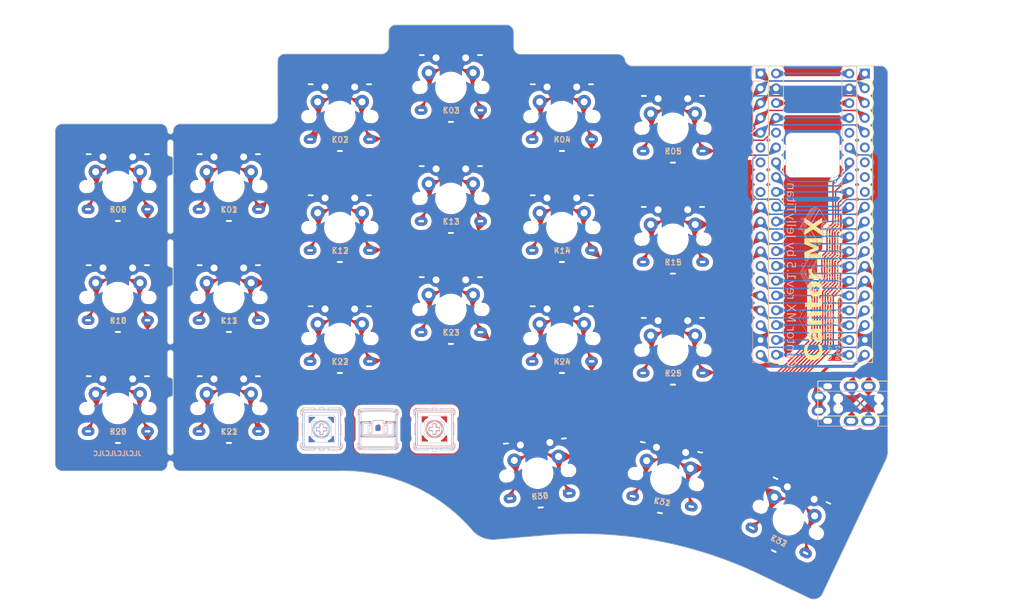
<source format=kicad_pcb>
(kicad_pcb (version 20221018) (generator pcbnew)
  (title_block (rev "rev1.0"))
  (layers (0 "F.Cu" signal) (31 "B.Cu" signal) (34 "B.Paste" user) (35 "F.Paste" user) (36 "B.SilkS" user "B.Silkscreen") (37 "F.SilkS" user "F.Silkscreen") (38 "B.Mask" user) (39 "F.Mask" user) (44 "Edge.Cuts" user))
  (net 0 "")
  (net 1 "+3V3")
  (net 2 "GND")
  (net 3 "/TX")
  (net 4 "/RX")
  (net 5 "/k00")
  (net 6 "/k01")
  (net 7 "/k02")
  (net 8 "/k03")
  (net 9 "/k04")
  (net 10 "/k05")
  (net 11 "/k10")
  (net 12 "/k11")
  (net 13 "/k12")
  (net 14 "/k13")
  (net 15 "/k14")
  (net 16 "/k15")
  (net 17 "/k20")
  (net 18 "/k21")
  (net 19 "/k22")
  (net 20 "/k23")
  (net 21 "/k24")
  (net 22 "/k25")
  (net 23 "/k30")
  (net 24 "/k31")
  (net 25 "/k32")
  (net 26 "unconnected-(U1-PB12-Pad1)")
  (net 31 "unconnected-(U1-5V-Pad18)")
  (net 32 "unconnected-(U1-VBat-Pad21)")
  (net 33 "unconnected-(U1-PC13-Pad22)")
  (net 34 "unconnected-(U1-PC14-Pad23)")
  (net 35 "unconnected-(U1-PC15-Pad24)")
  (net 36 "unconnected-(U1-RES-Pad25)")
  (net 38 "unconnected-(U1-5V-Pad40)")
  (footprint "Cantor_MasterKey:CherryMX_ChocV2_1u_DS" (layer "F.Cu") (at 164 98.1)
    (fp_text reference "K25" hide)
    (fp_text value "KEYSW" hide)
  )
  (footprint "Cantor_MasterKey:CherryMX_ChocV2_1u_DS" (layer "F.Cu") (at 144.95 96.1)
    (fp_text reference "K24" hide)
    (fp_text value "KEYSW" hide)
  )
  (footprint "Cantor_MasterKey:CherryMX_ChocV2_1u_DS" (layer "F.Cu") (at 87.8 108.1)
    (fp_text reference "K21" hide)
    (fp_text value "KEYSW" hide)
  )
  (footprint "Cantor_MasterKey:CherryMX_ChocV2_1u_DS" (layer "F.Cu") (at 106.85 58)
    (fp_text reference "K02" hide)
    (fp_text value "KEYSW" hide)
  )
  (footprint "Cantor_MasterKey:CherryMX_ChocV2_1u_DS" (layer "F.Cu") (at 68.75 89.05)
    (fp_text reference "K10" hide)
    (fp_text value "KEYSW" hide)
  )
  (footprint "Cantor_MasterKey:Cantor MX logo 3-switches top" (layer "F.Cu") (at 113.202403 111.491837)
    (fp_text reference "G***" hide)
    (fp_text value "Cantor MX logo 3-switches top" hide)
  )
  (footprint "Cantor_MasterKey:CherryMX_ChocV2_1u_DS" (layer "F.Cu") (at 144.95 58)
    (fp_text reference "K04" hide)
    (fp_text value "KEYSW" hide)
  )
  (footprint "Cantor_MasterKey:CherryMX_ChocV2_1u_DS" (layer "F.Cu") (at 106.85 77.05)
    (fp_text reference "K12" hide)
    (fp_text value "KEYSW" hide)
  )
  (footprint "Cantor_MasterKey:CherryMX_ChocV2_1u_DS" (layer "F.Cu") (at 140.8 119.2 5)
    (fp_text reference "K30" hide)
    (fp_text value "KEYSW" hide)
  )
  (footprint "Cantor_MasterKey:CherryMX_ChocV2_1u_DS" (layer "F.Cu") (at 87.8 70)
    (fp_text reference "K01" hide)
    (fp_text value "KEYSW" hide)
  )
  (footprint "Cantor_MasterKey:CherryMX_ChocV2_1u_DS" (layer "F.Cu") (at 144.95 77.05)
    (fp_text reference "K14" hide)
    (fp_text value "KEYSW" hide)
  )
  (footprint "Cantor_MasterKey:CherryMX_ChocV2_1u_DS" (layer "F.Cu") (at 125.9 91.1)
    (fp_text reference "K23" hide)
    (fp_text value "KEYSW" hide)
  )
  (footprint "Cantor_MasterKey:CherryMX_ChocV2_1u_DS" (layer "F.Cu") (at 125.9 53)
    (fp_text reference "K03" hide)
    (fp_text value "KEYSW" hide)
  )
  (footprint "Cantor_MasterKey:CherryMX_ChocV2_1u_DS" (layer "F.Cu") (at 106.85 96.1)
    (fp_text reference "K22" hide)
    (fp_text value "KEYSW" hide)
  )
  (footprint "Cantor_MasterKey:MJ-4PP-9_Cantor_MX_TX-RX_Crossover" (layer "F.Cu") (at 200.86 108.12 -90)
    (fp_text reference "J1")
    (fp_text value "TRRS" hide)
  )
  (footprint "Cantor_MasterKey:CherryMX_ChocV2_1u_DS" (layer "F.Cu") (at 164 79.05)
    (fp_text reference "K15" hide)
    (fp_text value "KEYSW" hide)
  )
  (footprint "Cantor_MasterKey:CherryMX_ChocV2_1u_DS" (layer "F.Cu") (at 183.8 127.2 -25)
    (fp_text reference "K32" hide)
    (fp_text value "KEYSW" hide)
  )
  (footprint "Cantor_MasterKey:CherryMX_ChocV2_1u_DS" (layer "F.Cu") (at 87.8 89.05)
    (fp_text reference "K11" hide)
    (fp_text value "KEYSW" hide)
  )
  (footprint "Cantor_MasterKey:Cantor_DS_YAAJ_WeAct_BlackPill_2" (layer "F.Cu") (at 179.155 50.6)
    (fp_text reference "U1" hide)
    (fp_text value "YAAJ_WeAct_BlackPill_Part_Like" hide)
  )
  (footprint "Cantor_MasterKey:CherryMX_ChocV2_1u_DS" (layer "F.Cu") (at 164 60)
    (fp_text reference "K05" hide)
    (fp_text value "KEYSW" hide)
  )
  (footprint "Cantor_MasterKey:CherryMX_ChocV2_1u_DS" (layer "F.Cu") (at 68.75 108.1)
    (fp_text reference "K20" hide)
    (fp_text value "KEYSW" hide)
  )
  (footprint "Cantor_MasterKey:CherryMX_ChocV2_1u_DS" (layer "F.Cu") (at 125.9 72.05)
    (fp_text reference "K13" hide)
    (fp_text value "KEYSW" hide)
  )
  (footprint "Cantor_MasterKey:CherryMX_ChocV2_1u_DS" (layer "F.Cu") (at 68.75 70)
    (fp_text reference "K00" hide)
    (fp_text value "KEYSW" hide)
  )
  (footprint "Cantor_MasterKey:CherryMX_ChocV2_1u_DS" (layer "F.Cu") (at 162.8 120.2 -10)
    (fp_text reference "K31" hide)
    (fp_text value "KEYSW" hide)
  )
  (footprint "Cantor_MasterKey:Cantor MX logo 3-switches ortho" (layer "B.Cu") (at 188.95 85.07271 90)
    (fp_text reference "G***" hide)
    (fp_text value "Cantor MX logo 3-switches ortho" hide)
  )
  (gr_line (start 77.275085 62.46873) (end 77.275109 64.309472) (stroke (width 0.1)) (layer "Edge.Cuts"))
  (gr_line (start 77.275069 87.574363) (end 77.275005 96.575005) (stroke (width 0.1)) (layer "Edge.Cuts"))
  (gr_arc (start 115.226552 46.006896) (mid 114.864376 46.881273) (end 113.99 47.243452) (stroke (width 0.1)) (layer "Edge.Cuts"))
  (gr_arc (start 192.585 67.41) (mid 192.292107 68.117107) (end 191.585 68.41) (stroke (width 0.1)) (layer "Edge.Cuts"))
  (gr_line (start 78.275005 96.575005) (end 78.275045 79.576517) (stroke (width 0.1)) (layer "Edge.Cuts"))
  (gr_line (start 79.501552 118.8) (end 106.5 118.8) (stroke (width 0.1)) (layer "Edge.Cuts"))
  (gr_line (start 189.53 140.16) (end 200.535831 116.91594) (stroke (width 0.1)) (layer "Edge.Cuts"))
  (gr_line (start 78.175107 67.675875) (end 78.175107 65.209472) (stroke (width 0.1)) (layer "Edge.Cuts"))
  (gr_arc (start 133.51 130.59) (mid 131.436923 130.294624) (end 129.69 129.14) (stroke (width 0.1)) (layer "Edge.Cuts"))
  (gr_line (start 77.275024 106.572846) (end 77.27496 115.573488) (stroke (width 0.1)) (layer "Edge.Cuts"))
  (gr_arc (start 183.385 61.81) (mid 183.677952 61.102952) (end 184.385 60.81) (stroke (width 0.1)) (layer "Edge.Cuts"))
  (gr_line (start 183.385 67.41) (end 183.385 61.81) (stroke (width 0.1)) (layer "Edge.Cuts"))
  (gr_arc (start 157.01 49.290001) (mid 156.221933 49.004319) (end 155.800001 48.28) (stroke (width 0.1)) (layer "Edge.Cuts"))
  (gr_arc (start 77.775 98.075) (mid 78.128557 98.221443) (end 78.275 98.575) (stroke (width 0.1)) (layer "Edge.Cuts"))
  (gr_line (start 191.585 68.41) (end 184.385 68.41) (stroke (width 0.1)) (layer "Edge.Cuts"))
  (gr_line (start 77.275 98.575) (end 77.275024 102.306443) (stroke (width 0.1)) (layer "Edge.Cuts"))
  (gr_line (start 77.275045 79.576517) (end 77.275069 83.30796) (stroke (width 0.1)) (layer "Edge.Cuts"))
  (gr_line (start 79.491637 59.242178) (end 94.935626 59.242178) (stroke (width 0.1)) (layer "Edge.Cuts"))
  (gr_line (start 199.57 49.29) (end 157.01 49.29) (stroke (width 0.1)) (layer "Edge.Cuts"))
  (gr_arc (start 77.275069 87.574363) (mid 77.421512 87.220806) (end 77.775069 87.074363) (stroke (width 0.1)) (layer "Edge.Cuts"))
  (gr_arc (start 78.175022 105.672846) (mid 78.057869 105.955692) (end 77.775024 106.072846) (stroke (width 0.1)) (layer "Edge.Cuts"))
  (gr_line (start 115.226552 43.48) (end 115.226552 46.006896) (stroke (width 0.1)) (layer "Edge.Cuts"))
  (gr_line (start 116.463104 42.243448) (end 135.43 42.243448) (stroke (width 0.1)) (layer "Edge.Cuts"))
  (gr_arc (start 78.27496 115.573488) (mid 78.128522 115.92705) (end 77.77496 116.073488) (stroke (width 0.1)) (layer "Edge.Cuts"))
  (gr_line (start 192.577893 61.81) (end 192.585 67.41) (stroke (width 0.1)) (layer "Edge.Cuts"))
  (gr_line (start 137.903104 47.3) (end 154.59 47.3) (stroke (width 0.1)) (layer "Edge.Cuts"))
  (gr_line (start 77.275109 68.575875) (end 77.275045 77.576517) (stroke (width 0.1)) (layer "Edge.Cuts"))
  (gr_arc (start 77.775085 61.96873) (mid 78.128634 62.115181) (end 78.275085 62.46873) (stroke (width 0.1)) (layer "Edge.Cuts"))
  (gr_line (start 78.175067 86.674363) (end 78.175067 84.20796) (stroke (width 0.1)) (layer "Edge.Cuts"))
  (gr_arc (start 199.57 49.29) (mid 200.482631 49.638814) (end 200.86 50.54) (stroke (width 0.1)) (layer "Edge.Cuts"))
  (gr_line (start 97.42 47.243448) (end 113.99 47.243448) (stroke (width 0.1)) (layer "Edge.Cuts"))
  (gr_arc (start 200.86 115.62) (mid 200.771585 116.286416) (end 200.535831 116.91594) (stroke (width 0.1)) (layer "Edge.Cuts"))
  (gr_arc (start 77.775045 78.076517) (mid 77.421496 77.930066) (end 77.275045 77.576517) (stroke (width 0.1)) (layer "Edge.Cuts"))
  (gr_arc (start 77.775005 97.075005) (mid 77.421456 96.928554) (end 77.275005 96.575005) (stroke (width 0.1)) (layer "Edge.Cuts"))
  (gr_arc (start 191.577893 60.81) (mid 192.285004 61.102891) (end 192.577893 61.81) (stroke (width 0.1)) (layer "Edge.Cuts"))
  (gr_arc (start 77.27496 117.573488) (mid 77.421398 117.219926) (end 77.77496 117.073488) (stroke (width 0.1)) (layer "Edge.Cuts"))
  (gr_arc (start 79.501552 118.8) (mid 78.63488 118.447203) (end 78.275 117.583448) (stroke (width 0.1)) (layer "Edge.Cuts"))
  (gr_arc (start 78.175067 86.674363) (mid 78.057914 86.957209) (end 77.775069 87.074363) (stroke (width 0.1)) (layer "Edge.Cuts"))
  (gr_arc (start 77.27496 117.573488) (mid 76.922163 118.44016) (end 76.058408 118.80004) (stroke (width 0.1)) (layer "Edge.Cuts"))
  (gr_arc (start 77.775085 60.96873) (mid 77.417983 60.818749) (end 77.275045 60.45877) (stroke (width 0.1)) (layer "Edge.Cuts"))
  (gr_arc (start 77.775045 79.076517) (mid 78.128595 79.222967) (end 78.275045 79.576517) (stroke (width 0.1)) (layer "Edge.Cuts"))
  (gr_arc (start 77.775024 102.806443) (mid 77.421467 102.66) (end 77.275024 102.306443) (stroke (width 0.1)) (layer "Edge.Cuts"))
  (gr_arc (start 96.17 48.48) (mid 96.536936 47.600853) (end 97.42 47.243448) (stroke (width 0.1)) (layer "Edge.Cuts"))
  (gr_line (start 136.666552 43.48) (end 136.666552 46.07) (stroke (width 0.1)) (layer "Edge.Cuts"))
  (gr_line (start 141.84 129.87) (end 133.51 130.59) (stroke (width 0.1)) (layer "Edge.Cuts"))
  (gr_line (start 78.27496 115.573488) (end 78.275 98.575) (stroke (width 0.1)) (layer "Edge.Cuts"))
  (gr_line (start 179.81 137.01) (end 187.513868 140.691488) (stroke (width 0.1)) (layer "Edge.Cuts"))
  (gr_arc locked (start 59.23 118.8) (mid 58.363332 118.447198) (end 58.003448 117.583448) (stroke (width 0.1)) (layer "Edge.Cuts"))
  (gr_arc (start 154.59 47.3) (mid 155.368546 47.575724) (end 155.8 48.28) (stroke (width 0.1)) (layer "Edge.Cuts"))
  (gr_line (start 78.175022 105.672846) (end 78.175022 103.206443) (stroke (width 0.1)) (layer "Edge.Cuts"))
  (gr_arc (start 77.275085 62.46873) (mid 77.421523 62.115168) (end 77.775085 61.96873) (stroke (width 0.1)) (layer "Edge.Cuts"))
  (gr_arc (start 58.003448 60.48) (mid 58.365626 59.605626) (end 59.24 59.243448) (stroke (width 0.1)) (layer "Edge.Cuts"))
  (gr_arc (start 96.172178 58.005626) (mid 95.80998 58.87998) (end 94.935626 59.242178) (stroke (width 0.1)) (layer "Edge.Cuts"))
  (gr_line (start 184.385 60.81) (end 191.577893 60.81) (stroke (width 0.1)) (layer "Edge.Cuts"))
  (gr_arc (start 77.775069 83.80796) (mid 78.057914 83.925114) (end 78.175067 84.20796) (stroke (width 0.1)) (layer "Edge.Cuts"))
  (gr_line (start 59.24 59.243448) (end 76.048493 59.242218) (stroke (width 0.1)) (layer "Edge.Cuts"))
  (gr_arc (start 137.903104 47.3) (mid 137.029127 46.942063) (end 136.666552 46.07) (stroke (width 0.1)) (layer "Edge.Cuts"))
  (gr_arc (start 78.275085 60.46873) (mid 78.128647 60.822292) (end 77.775085 60.96873) (stroke (width 0.1)) (layer "Edge.Cuts"))
  (gr_arc (start 77.775024 102.806443) (mid 78.057869 102.923597) (end 78.175022 103.206443) (stroke (width 0.1)) (layer "Edge.Cuts"))
  (gr_arc (start 77.775109 64.809472) (mid 77.421552 64.663029) (end 77.275109 64.309472) (stroke (width 0.1)) (layer "Edge.Cuts"))
  (gr_arc (start 78.275045 77.576517) (mid 78.128607 77.930079) (end 77.775045 78.076517) (stroke (width 0.1)) (layer "Edge.Cuts"))
  (gr_arc (start 76.048493 59.242218) (mid 76.915164 59.595016) (end 77.275045 60.45877) (stroke (width 0.1)) (layer "Edge.Cuts"))
  (gr_arc (start 77.275024 106.572846) (mid 77.421467 106.219289) (end 77.775024 106.072846) (stroke (width 0.1)) (layer "Edge.Cuts"))
  (gr_arc (start 77.77496 117.073488) (mid 78.132042 117.223489) (end 78.275 117.583448) (stroke (width 0.1)) (layer "Edge.Cuts"))
  (gr_arc (start 78.175107 67.675875) (mid 78.057954 67.958721) (end 77.775109 68.075875) (stroke (width 0.1)) (layer "Edge.Cuts"))
  (gr_arc (start 115.226552 43.48) (mid 115.58873 42.605626) (end 116.463104 42.243448) (stroke (width 0.1)) (layer "Edge.Cuts"))
  (gr_arc (start 77.775069 83.80796) (mid 77.421512 83.661517) (end 77.275069 83.30796) (stroke (width 0.1)) (layer "Edge.Cuts"))
  (gr_arc (start 77.775109 64.809472) (mid 78.057954 64.926626) (end 78.175107 65.209472) (stroke (width 0.1)) (layer "Edge.Cuts"))
  (gr_arc (start 77.77496 116.073488) (mid 77.421412 115.927038) (end 77.27496 115.573488) (stroke (width 0.1)) (layer "Edge.Cuts"))
  (gr_arc (start 78.275085 60.46873) (mid 78.627882 59.602058) (end 79.491637 59.242178) (stroke (width 0.1)) (layer "Edge.Cuts"))
  (gr_arc (start 184.385 68.41) (mid 183.680787 68.114213) (end 183.385 67.41) (stroke (width 0.1)) (layer "Edge.Cuts"))
  (gr_arc (start 77.275109 68.575875) (mid 77.421552 68.222318) (end 77.775109 68.075875) (stroke (width 0.1)) (layer "Edge.Cuts"))
  (gr_line (start 96.17 48.48) (end 96.172178 58.005626) (stroke (width 0.1)) (layer "Edge.Cuts"))
  (gr_arc (start 106.5 118.8) (mid 119.270078 121.334598) (end 129.69 129.14) (stroke (width 0.1)) (layer "Edge.Cuts"))
  (gr_arc (start 135.43 42.243448) (mid 136.304374 42.605626) (end 136.666552 43.48) (stroke (width 0.1)) (layer "Edge.Cuts"))
  (gr_line (start 76.058408 118.80004) (end 59.23 118.8) (stroke (width 0.1)) (layer "Edge.Cuts"))
  (gr_arc (start 78.275005 96.575005) (mid 78.128567 96.928567) (end 77.775005 97.075005) (stroke (width 0.1)) (layer "Edge.Cuts"))
  (gr_arc (start 77.275045 79.576517) (mid 77.421483 79.222955) (end 77.775045 79.076517) (stroke (width 0.1)) (layer "Edge.Cuts"))
  (gr_arc (start 77.275 98.575) (mid 77.421443 98.221443) (end 77.775 98.075) (stroke (width 0.1)) (layer "Edge.Cuts"))
  (gr_line (start 78.275045 77.576517) (end 78.275085 62.46873) (stroke (width 0.1)) (layer "Edge.Cuts"))
  (gr_line (start 200.86 115.62) (end 200.86 50.54) (stroke (width 0.1)) (layer "Edge.Cuts"))
  (gr_arc (start 189.53 140.16) (mid 188.605921 140.739577) (end 187.513868 140.691488) (stroke (width 0.1)) (layer "Edge.Cuts"))
  (gr_line locked (start 58.003448 117.583448) (end 58.003448 60.48) (stroke (width 0.1)) (layer "Edge.Cuts"))
  (gr_arc (start 141.84 129.87) (mid 161.316748 130.824921) (end 179.81 137.01) (stroke (width 0.1)) (layer "Edge.Cuts"))
  (gr_text "JLCJLCJLCJLC" (at 72.89 116.28) (layer "B.SilkS") (effects (font (size 0.8 0.8) (thickness 0.2) bold) (justify left bottom mirror)))
  (gr_text "Cantor MX rev1.5 by JellyTitan" (at 184.2 85.19 -90) (layer "B.SilkS") (effects (font (size 1.5 1.5) (thickness 0.25)) (justify mirror)))
  (gr_text "Rev1.5 by github.com/JellyTitan May 3rd, 2023" (at 191.91 99.79 90) (layer "F.SilkS") (effects (font (size 0.75 0.75) (thickness 0.1875)) (justify left top)))
  (gr_text "Cantor MX\n" (at 188.37 99.98 90) (layer "F.SilkS") (effects (font (size 3 3) (thickness 0.6) bold) (justify left)))
  (gr_text "Cherry MX | Kailh Choc V1 | Kailh Choc V2" (at 190.46 99.79 -270) (layer "F.SilkS") (effects (font (size 0.75 0.75) (thickness 0.125)) (justify left top)))
  (segment (start 194.945 100.85) (end 190.68 100.85) (width 0.5) (layer "F.Cu") (net 1))
  (segment (start 181.695 55.68) (end 194.255 55.68) (width 0.25) (layer "F.Cu") (net 1))
  (segment (start 194.255 55.68) (end 194.275 55.7) (width 0.25) (layer "F.Cu") (net 1))
  (segment (start 188.549432 102.980568) (end 188.549432 104.809432) (width 0.5) (layer "F.Cu") (net 1))
  (segment (start 189.06 105.32) (end 189.06 108.47) (width 0.5) (layer "F.Cu") (net 1))
  (segment (start 190.68 100.85) (end 188.549432 102.980568) (width 0.5) (layer "F.Cu") (net 1))
  (segment (start 188.549432 104.809432) (end 189.06 105.32) (width 0.5) (layer "F.Cu") (net 1))
  (segment (start 196.935 98.86) (end 194.945 100.85) (width 0.5) (layer "F.Cu") (net 1))
  (segment (start 179.035 98.88) (end 181.005 100.85) (width 0.5) (layer "B.Cu") (net 1))
  (segment (start 194.945 100.85) (end 196.935 98.86) (width 0.5) (layer "B.Cu") (net 1))
  (segment (start 181.005 100.85) (end 194.945 100.85) (width 0.5) (layer "B.Cu") (net 1))
  (segment (start 181.715 53.16) (end 194.275 53.16) (width 0.25) (layer "F.Cu") (net 2))
  (segment (start 181.695 53.14) (end 181.715 53.16) (width 0.25) (layer "F.Cu") (net 2))
  (segment (start 180.395 54.44) (end 169.01 54.44) (width 0.25) (layer "B.Cu") (net 2))
  (segment (start 180.285 97.59) (end 195.665 97.59) (width 0.25) (layer "B.Cu") (net 2))
  (segment (start 71.185 83.73) (end 76.335 78.58) (width 0.5) (layer "B.Cu") (net 2))
  (segment (start 179.035 96.34) (end 180.285 97.59) (width 0.25) (layer "B.Cu") (net 2))
  (segment (start 80.005 78.58) (end 85.155 83.73) (width 0.5) (layer "B.Cu") (net 2))
  (segment (start 169.01 54.44) (end 169 54.45) (width 0.25) (layer "B.Cu") (net 2))
  (segment (start 74.77 61.44) (end 81.78 61.44) (width 0.5) (layer "B.Cu") (net 2))
  (segment (start 71.325 102.94) (end 76.715 97.55) (width 0.5) (layer "B.Cu") (net 2))
  (segment (start 81.78 61.44) (end 85.26 64.92) (width 0.5) (layer "B.Cu") (net 2))
  (segment (start 76.715 97.55) (end 79.905 97.55) (width 0.5) (layer "B.Cu") (net 2))
  (segment (start 76.335 78.58) (end 80.005 78.58) (width 0.5) (layer "B.Cu") (net 2))
  (segment (start 195.665 97.59) (end 196.935 96.32) (width 0.25) (layer "B.Cu") (net 2))
  (segment (start 192.65 97.529022) (end 192.664511 97.514511) (width 0.25) (layer "B.Cu") (net 2))
  (segment (start 181.695 53.14) (end 180.395 54.44) (width 0.25) (layer "B.Cu") (net 2))
  (segment (start 71.29 64.92) (end 74.77 61.44) (width 0.5) (layer "B.Cu") (net 2))
  (segment (start 79.905 97.55) (end 85.295 102.94) (width 0.5) (layer "B.Cu") (net 2))
  (segment (start 197.66 103.72) (end 197.66 105.7) (width 0.25) (layer "F.Cu") (net 3))
  (segment (start 194.66 108.7) (end 194.66 110.42) (width 0.25) (layer "F.Cu") (net 3))
  (segment (start 197.66 105.7) (end 194.66 108.7) (width 0.25) (layer "F.Cu") (net 3))
  (segment (start 198.98 85.665) (end 198.98 99.45) (width 0.25) (layer "F.Cu") (net 3))
  (segment (start 198.98 99.45) (end 197.66 100.77) (width 0.25) (layer "F.Cu") (net 3))
  (segment (start 197.66 100.77) (end 197.66 103.72) (width 0.25) (layer "F.Cu") (net 3))
  (segment (start 196.935 83.62) (end 198.98 85.665) (width 0.25) (layer "F.Cu") (net 3))
  (segment (start 195.645 84.91) (end 196.935 83.62) (width 0.25) (layer "B.Cu") (net 3))
  (segment (start 179.035 83.64) (end 180.305 84.91) (width 0.25) (layer "B.Cu") (net 3))
  (segment (start 180.305 84.91) (end 195.645 84.91) (width 0.25) (layer "B.Cu") (net 3))
  (segment (start 198.530489 99.249511) (end 194.66 103.12) (width 0.25) (layer "F.Cu") (net 4))
  (segment (start 194.66 103.12) (end 194.66 104.17) (width 0.25) (layer "F.Cu") (net 4))
  (segment (start 196.935 86.16) (end 198.530489 87.755489) (width 0.25) (layer "F.Cu") (net 4))
  (segment (start 198.530489 87.755489) (end 198.530489 99.249511) (width 0.25) (layer "F.Cu") (net 4))
  (segment (start 180.295 87.44) (end 195.655 87.44) (width 0.25) (layer "B.Cu") (net 4))
  (segment (start 179.035 86.18) (end 180.295 87.44) (width 0.25) (layer "B.Cu") (net 4))
  (segment (start 197.66 108.7) (end 197.66 110.42) (width 0.25) (layer "B.Cu") (net 4))
  (segment (start 194.66 103.72) (end 194.66 105.7) (width 0.25) (layer "B.Cu") (net 4))
  (segment (start 194.66 105.7) (end 197.66 108.7) (width 0.25) (layer "B.Cu") (net 4))
  (segment (start 195.655 87.44) (end 196.935 86.16) (width 0.25) (layer "B.Cu") (net 4))
  (segment (start 169.951996 70.048004) (end 155.718004 70.048004) (width 0.25) (layer "F.Cu") (net 5))
  (segment (start 111.966189 67.779501) (end 99.810499 67.779501) (width 0.25) (layer "F.Cu") (net 5))
  (segment (start 76.07 78.48) (end 73.85 76.26) (width 0.25) (layer "F.Cu") (net 5))
  (segment (start 99.810499 67.779501) (end 95.18 72.41) (width 0.25) (layer "F.Cu") (net 5))
  (segment (start 92.78 78.48) (end 76.07 78.48) (width 0.25) (layer "F.Cu") (net 5))
  (segment (start 181.695 63.3) (end 180.385 64.61) (width 0.25) (layer "F.Cu") (net 5))
  (segment (start 95.18 76.08) (end 92.78 78.48) (width 0.25) (layer "F.Cu") (net 5))
  (segment (start 153.6 67.93) (end 137.08 67.93) (width 0.25) (layer "F.Cu") (net 5))
  (segment (start 137.08 67.93) (end 131.83 62.68) (width 0.25) (layer "F.Cu") (net 5))
  (segment (start 155.718004 70.048004) (end 153.6 67.93) (width 0.25) (layer "F.Cu") (net 5))
  (segment (start 175.39 64.61) (end 169.951996 70.048004) (width 0.25) (layer "F.Cu") (net 5))
  (segment (start 180.385 64.61) (end 175.39 64.61) (width 0.25) (layer "F.Cu") (net 5))
  (segment (start 117.06569 62.68) (end 111.966189 67.779501) (width 0.25) (layer "F.Cu") (net 5))
  (segment (start 73.85 76.26) (end 73.85 73.9) (width 0.25) (layer "F.Cu") (net 5))
  (segment (start 95.18 72.41) (end 95.18 76.08) (width 0.25) (layer "F.Cu") (net 5))
  (segment (start 131.83 62.68) (end 117.06569 62.68) (width 0.25) (layer "F.Cu") (net 5))
  (segment (start 177.7 71.4567) (end 178.34165 72.09835) (width 0.25) (layer "B.Cu") (net 5))
  (segment (start 197.63 64.57) (end 198.3 65.24) (width 0.25) (layer "B.Cu") (net 5))
  (segment (start 194.275 63.32) (end 195.525 64.57) (width 0.25) (layer "B.Cu") (net 5))
  (segment (start 198.3 65.24) (end 198.3 71.52) (width 0.25) (layer "B.Cu") (net 5))
  (segment (start 180.375 64.62) (end 178.41 64.62) (width 0.25) (layer "B.Cu") (net 5))
  (segment (start 181.695 63.3) (end 180.375 64.62) (width 0.25) (layer "B.Cu") (net 5))
  (segment (start 192.56 73.42) (end 183.38 73.42) (width 0.25) (layer "B.Cu") (net 5))
  (segment (start 193.76 72.22) (end 192.56 73.42) (width 0.25) (layer "B.Cu") (net 5))
  (segment (start 197.6 72.22) (end 193.76 72.22) (width 0.25) (layer "B.Cu") (net 5))
  (segment (start 178.41 64.62) (end 177.7 65.33) (width 0.25) (layer "B.Cu") (net 5))
  (segment (start 178.4233 72.18) (end 178.34165 72.09835) (width 0.25) (layer "B.Cu") (net 5))
  (segment (start 177.7 65.33) (end 177.7 71.4567) (width 0.25) (layer "B.Cu") (net 5))
  (segment (start 183.38 73.42) (end 182.14 72.18) (width 0.25) (layer "B.Cu") (net 5))
  (segment (start 198.3 71.52) (end 197.6 72.22) (width 0.25) (layer "B.Cu") (net 5))
  (segment (start 195.525 64.57) (end 197.63 64.57) (width 0.25) (layer "B.Cu") (net 5))
  (segment (start 182.14 72.18) (end 178.4233 72.18) (width 0.25) (layer "B.Cu") (net 5))
  (segment (start 111.78 67.33) (end 116.879501 62.230499) (width 0.25) (layer "F.Cu") (net 6))
  (segment (start 169.741497 69.598503) (end 177.28 62.06) (width 0.25) (layer "F.Cu") (net 6))
  (segment (start 180.5 61.166988) (end 180.5 59.415) (width 0.25) (layer "F.Cu") (net 6))
  (segment (start 153.786189 67.480499) (end 155.904193 69.598503) (width 0.25) (layer "F.Cu") (net 6))
  (segment (start 179.606988 62.06) (end 180.5 61.166988) (width 0.25) (layer "F.Cu") (net 6))
  (segment (start 116.879501 62.230499) (end 132.016189 62.230499) (width 0.25) (layer "F.Cu") (net 6))
  (segment (start 99.57 67.33) (end 111.78 67.33) (width 0.25) (layer "F.Cu") (net 6))
  (segment (start 180.5 59.415) (end 181.695 58.22) (width 0.25) (layer "F.Cu") (net 6))
  (segment (start 177.28 62.06) (end 179.606988 62.06) (width 0.25) (layer "F.Cu") (net 6))
  (segment (start 132.016189 62.230499) (end 137.266189 67.480499) (width 0.25) (layer "F.Cu") (net 6))
  (segment (start 155.904193 69.598503) (end 169.741497 69.598503) (width 0.25) (layer "F.Cu") (net 6))
  (segment (start 137.266189 67.480499) (end 153.786189 67.480499) (width 0.25) (layer "F.Cu") (net 6))
  (segment (start 93.1 73.8) (end 99.57 67.33) (width 0.25) (layer "F.Cu") (net 6))
  (segment (start 194.255 58.22) (end 194.275 58.24) (width 0.25) (layer "B.Cu") (net 6))
  (segment (start 181.695 58.22) (end 194.255 58.22) (width 0.25) (layer "B.Cu") (net 6))
  (segment (start 137.452378 67.030998) (end 132.202378 61.780998) (width 0.25) (layer "F.Cu") (net 7))
  (segment (start 156.090382 69.149002) (end 153.972378 67.030998) (width 0.25) (layer "F.Cu") (net 7))
  (segment (start 103.04 60.61) (end 101.75 61.9) (width 0.25) (layer "F.Cu") (net 7))
  (segment (start 153.972378 67.030998) (end 137.452378 67.030998) (width 0.25) (layer "F.Cu") (net 7))
  (segment (start 179.035 60.78) (end 177.9 60.78) (width 0.25) (layer "F.Cu") (net 7))
  (segment (start 132.202378 61.780998) (end 111.830998 61.780998) (width 0.25) (layer "F.Cu") (net 7))
  (segment (start 177.9 60.78) (end 169.530998 69.149002) (width 0.25) (layer "F.Cu") (net 7))
  (segment (start 169.530998 69.149002) (end 156.090382 69.149002) (width 0.25) (layer "F.Cu") (net 7))
  (segment (start 195.59549 59.42) (end 180.395 59.42) (width 0.25) (layer "B.Cu") (net 7))
  (segment (start 195.59549 59.42049) (end 195.59549 59.42) (width 0.25) (layer "B.Cu") (net 7))
  (segment (start 180.395 59.42) (end 179.035 60.78) (width 0.25) (layer "B.Cu") (net 7))
  (segment (start 196.935 60.76) (end 195.59549 59.42049) (width 0.25) (layer "B.Cu") (net 7))
  (segment (start 131 59.94293) (end 137.638567 66.581497) (width 0.25) (layer "F.Cu") (net 8))
  (segment (start 137.638567 66.581497) (end 154.158567 66.581497) (width 0.25) (layer "F.Cu") (net 8))
  (segment (start 179.035 58.24) (end 180.335 56.94) (width 0.25) (layer "F.Cu") (net 8))
  (segment (start 178.019002 60.025308) (end 178.019002 59.255998) (width 0.25) (layer "F.Cu") (net 8))
  (segment (start 195.655 56.94) (end 196.935 58.22) (width 0.25) (layer "F.Cu") (net 8))
  (segment (start 131 56.9) (end 131 59.94293) (width 0.25) (layer "F.Cu") (net 8))
  (segment (start 156.276571 68.699501) (end 169.344809 68.699501) (width 0.25) (layer "F.Cu") (net 8))
  (segment (start 180.335 56.94) (end 195.655 56.94) (width 0.25) (layer "F.Cu") (net 8))
  (segment (start 178.019002 59.255998) (end 179.035 58.24) (width 0.25) (layer "F.Cu") (net 8))
  (segment (start 169.344809 68.699501) (end 178.019002 60.025308) (width 0.25) (layer "F.Cu") (net 8))
  (segment (start 154.158567 66.581497) (end 156.276571 68.699501) (width 0.25) (layer "F.Cu") (net 8))
  (segment (start 150.05 65.03) (end 151.151996 66.131996) (width 0.25) (layer "F.Cu") (net 9))
  (segment (start 150.05 61.9) (end 150.05 65.03) (width 0.25) (layer "F.Cu") (net 9))
  (segment (start 195.685 54.43) (end 196.935 55.68) (width 0.25) (layer "F.Cu") (net 9))
  (segment (start 154.344756 66.131996) (end 156.46276 68.25) (width 0.25) (layer "F.Cu") (net 9))
  (segment (start 179.035 55.7) (end 180.305 54.43) (width 0.25) (layer "F.Cu") (net 9))
  (segment (start 156.46276 68.25) (end 169.15569 68.25) (width 0.25) (layer "F.Cu") (net 9))
  (segment (start 177.569501 57.165499) (end 179.035 55.7) (width 0.25) (layer "F.Cu") (net 9))
  (segment (start 169.15569 68.25) (end 177.569501 59.836189) (width 0.25) (layer "F.Cu") (net 9))
  (segment (start 180.305 54.43) (end 195.685 54.43) (width 0.25) (layer "F.Cu") (net 9))
  (segment (start 151.151996 66.131996) (end 154.344756 66.131996) (width 0.25) (layer "F.Cu") (net 9))
  (segment (start 177.569501 59.836189) (end 177.569501 57.165499) (width 0.25) (layer "F.Cu") (net 9))
  (segment (start 172.87 63.9) (end 177.12 59.65) (width 0.25) (layer "F.Cu") (net 10))
  (segment (start 169.1 63.9) (end 172.87 63.9) (width 0.25) (layer "F.Cu") (net 10))
  (segment (start 177.12 55.075) (end 179.035 53.16) (width 0.25) (layer "F.Cu") (net 10))
  (segment (start 177.12 59.65) (end 177.12 55.075) (width 0.25) (layer "F.Cu") (net 10))
  (segment (start 180.305 51.89) (end 195.685 51.89) (width 0.25) (layer "B.Cu") (net 10))
  (segment (start 179.035 53.16) (end 180.305 51.89) (width 0.25) (layer "B.Cu") (net 10))
  (segment (start 195.685 51.89) (end 196.935 53.14) (width 0.25) (layer "B.Cu") (net 10))
  (segment (start 110.850499 86.959501) (end 99.430499 86.959501) (width 0.25) (layer "F.Cu") (net 11))
  (segment (start 179.035 91.26) (end 178.09 91.26) (width 0.25) (layer "F.Cu") (net 11))
  (segment (start 73.85 95.27) (end 73.85 92.95) (width 0.25) (layer "F.Cu") (net 11))
  (segment (start 129.961932 81.749002) (end 116.060998 81.749002) (width 0.25) (layer "F.Cu") (net 11))
  (segment (start 76.09 97.51) (end 73.85 95.27) (width 0.25) (layer "F.Cu") (net 11))
  (segment (start 73.85 94.15) (end 73.85 92.95) (width 0.25) (layer "F.Cu") (net 11))
  (segment (start 95.2 94.86) (end 92.55 97.51) (width 0.25) (layer "F.Cu") (net 11))
  (segment (start 99.430499 86.959501) (end 95.2 91.19) (width 0.25) (layer "F.Cu") (net 11))
  (segment (start 95.2 91.19) (end 95.2 94.86) (width 0.25) (layer "F.Cu") (net 11))
  (segment (start 153.515743 86.738503) (end 134.951433 86.738503) (width 0.25) (layer "F.Cu") (net 11))
  (segment (start 116.060998 81.749002) (end 110.850499 86.959501) (width 0.25) (layer "F.Cu") (net 11))
  (segment (start 92.55 97.51) (end 76.09 97.51) (width 0.25) (layer "F.Cu") (net 11))
  (segment (start 178.09 91.26) (end 175.83138 89.00138) (width 0.25) (layer "F.Cu") (net 11))
  (segment (start 175.83138 89.00138) (end 155.77862 89.00138) (width 0.25) (layer "F.Cu") (net 11))
  (segment (start 155.77862 89.00138) (end 153.515743 86.738503) (width 0.25) (layer "F.Cu") (net 11))
  (segment (start 134.951433 86.738503) (end 129.961932 81.749002) (width 0.25) (layer "F.Cu") (net 11))
  (segment (start 179.035 91.26) (end 180.305 92.53) (width 0.25) (layer "B.Cu") (net 11))
  (segment (start 180.305 92.53) (end 195.645 92.53) (width 0.25) (layer "B.Cu") (net 11))
  (segment (start 195.645 92.53) (end 196.935 91.24) (width 0.25) (layer "B.Cu") (net 11))
  (segment (start 130.148121 81.299501) (end 135.137622 86.289002) (width 0.25) (layer "F.Cu") (net 12))
  (segment (start 110.66431 86.51) (end 115.874809 81.299501) (width 0.25) (layer "F.Cu") (net 12))
  (segment (start 92.8 92.85) (end 92.8 92) (width 0.25) (layer "F.Cu") (net 12))
  (segment (start 91.61 86.51) (end 110.66431 86.51) (width 0.25) (layer "F.Cu") (net 12))
  (segment (start 135.137622 86.289002) (end 153.701932 86.289002) (width 0.25) (layer "F.Cu") (net 12))
  (segment (start 155.961433 88.548503) (end 178.863503 88.548503) (width 0.25) (layer "F.Cu") (net 12))
  (segment (start 115.874809 81.299501) (end 130.148121 81.299501) (width 0.25) (layer "F.Cu") (net 12))
  (segment (start 153.701932 86.289002) (end 155.961433 88.548503) (width 0.25) (layer "F.Cu") (net 12))
  (segment (start 179.035 88.72) (end 180.305 89.99) (width 0.25) (layer "B.Cu") (net 12))
  (segment (start 195.645 89.99) (end 196.935 88.7) (width 0.25) (layer "B.Cu") (net 12))
  (segment (start 180.305 89.99) (end 195.645 89.99) (width 0.25) (layer "B.Cu") (net 12))
  (segment (start 111.85 80.85) (end 130.33431 80.85) (width 0.25) (layer "F.Cu") (net 13))
  (segment (start 153.888121 85.839501) (end 156.147622 88.099002) (width 0.25) (layer "F.Cu") (net 13))
  (segment (start 172.035998 88.099002) (end 179.035 81.1) (width 0.25) (layer "F.Cu") (net 13))
  (segment (start 130.33431 80.85) (end 135.323811 85.839501) (width 0.25) (layer "F.Cu") (net 13))
  (segment (start 156.147622 88.099002) (end 172.035998 88.099002) (width 0.25) (layer "F.Cu") (net 13))
  (segment (start 135.323811 85.839501) (end 153.888121 85.839501) (width 0.25) (layer "F.Cu") (net 13))
  (segment (start 179.035 81.1) (end 180.295 82.36) (width 0.25) (layer "B.Cu") (net 13))
  (segment (start 180.295 82.36) (end 195.655 82.36) (width 0.25) (layer "B.Cu") (net 13))
  (segment (start 195.655 82.36) (end 196.935 81.08) (width 0.25) (layer "B.Cu") (net 13))
  (segment (start 177.3 80.295) (end 177.3 82.198604) (width 0.25) (layer "F.Cu") (net 14))
  (segment (start 154.07431 85.39) (end 135.51 85.39) (width 0.25) (layer "F.Cu") (net 14))
  (segment (start 135.51 85.39) (end 130.59 80.47) (width 0.25) (layer "F.Cu") (net 14))
  (segment (start 177.3 82.198604) (end 171.849103 87.649501) (width 0.25) (layer "F.Cu") (net 14))
  (segment (start 130.59 80.47) (end 130.59 76.36) (width 0.25) (layer "F.Cu") (net 14))
  (segment (start 156.333811 87.649501) (end 154.07431 85.39) (width 0.25) (layer "F.Cu") (net 14))
  (segment (start 179.035 78.56) (end 177.3 80.295) (width 0.25) (layer "F.Cu") (net 14))
  (segment (start 171.849103 87.649501) (end 156.333811 87.649501) (width 0.25) (layer "F.Cu") (net 14))
  (segment (start 180.295 79.82) (end 195.655 79.82) (width 0.25) (layer "B.Cu") (net 14))
  (segment (start 195.655 79.82) (end 196.935 78.54) (width 0.25) (layer "B.Cu") (net 14))
  (segment (start 179.035 78.56) (end 180.295 79.82) (width 0.25) (layer "B.Cu") (net 14))
  (segment (start 178.88 76.02) (end 176.85 78.05) (width 0.25) (layer "F.Cu") (net 15))
  (segment (start 171.64 87.2) (end 156.52 87.2) (width 0.25) (layer "F.Cu") (net 15))
  (segment (start 176.85 81.99) (end 171.64 87.2) (width 0.25) (layer "F.Cu") (net 15))
  (segment (start 176.85 78.05) (end 176.85 81.99) (width 0.25) (layer "F.Cu") (net 15))
  (segment (start 156.52 87.2) (end 150.27 80.95) (width 0.25) (layer "F.Cu") (net 15))
  (segment (start 195.655 77.28) (end 196.935 76) (width 0.25) (layer "B.Cu") (net 15))
  (segment (start 180.295 77.28) (end 195.655 77.28) (width 0.25) (layer "B.Cu") (net 15))
  (segment (start 179.035 76.02) (end 180.295 77.28) (width 0.25) (layer "B.Cu") (net 15))
  (segment (start 176.005 76.51) (end 179.035 73.48) (width 0.25) (layer "F.Cu") (net 16))
  (segment (start 167.81 76.51) (end 176.005 76.51) (width 0.25) (layer "F.Cu") (net 16))
  (segment (start 179.035 73.48) (end 180.305 74.75) (width 0.25) (layer "B.Cu") (net 16))
  (segment (start 180.305 74.75) (end 195.645 74.75) (width 0.25) (layer "B.Cu") (net 16))
  (segment (start 195.645 74.75) (end 196.935 73.46) (width 0.25) (layer "B.Cu") (net 16))
  (segment (start 192.7 80.135) (end 192.7 82) (width 0.25) (layer "F.Cu") (net 17))
  (segment (start 129.85293 100.73) (end 116.92569 100.73) (width 0.25) (layer "F.Cu") (net 17))
  (segment (start 191.810601 86.563802) (end 190.15144 88.222963) (width 0.25) (layer "F.Cu") (net 17))
  (segment (start 137.773429 108.650499) (end 129.85293 100.73) (width 0.25) (layer "F.Cu") (net 17))
  (segment (start 95.22 108.78) (end 95.22 114.52) (width 0.25) (layer "F.Cu") (net 17))
  (segment (start 190.15144 97.02287) (end 178.523811 108.650499) (width 0.25) (layer "F.Cu") (net 17))
  (segment (start 194.275 78.56) (end 192.7 80.135) (width 0.25) (layer "F.Cu") (net 17))
  (segment (start 116.92569 100.73) (end 112.376189 105.279501) (width 0.25) (layer "F.Cu") (net 17))
  (segment (start 93.15 116.59) (end 76.27 116.59) (width 0.25) (layer "F.Cu") (net 17))
  (segment (start 95.22 114.52) (end 93.15 116.59) (width 0.25) (layer "F.Cu") (net 17))
  (segment (start 112.376189 105.279501) (end 98.720499 105.279501) (width 0.25) (layer "F.Cu") (net 17))
  (segment (start 73.85 114.17) (end 73.85 112) (width 0.25) (layer "F.Cu") (net 17))
  (segment (start 178.523811 108.650499) (end 137.773429 108.650499) (width 0.25) (layer "F.Cu") (net 17))
  (segment (start 76.27 116.59) (end 73.85 114.17) (width 0.25) (layer "F.Cu") (net 17))
  (segment (start 192.7 82) (end 191.810601 82.889399) (width 0.25) (layer "F.Cu") (net 17))
  (segment (start 98.720499 105.279501) (end 95.22 108.78) (width 0.25) (layer "F.Cu") (net 17))
  (segment (start 191.810601 82.889399) (end 191.810601 86.563802) (width 0.25) (layer "F.Cu") (net 17))
  (segment (start 190.15144 88.222963) (end 190.15144 97.02287) (width 0.25) (layer "F.Cu") (net 17))
  (segment (start 181.695 78.54) (end 194.255 78.54) (width 0.25) (layer "B.Cu") (net 17))
  (segment (start 178.284664 108.200998) (end 178.736161 107.749501) (width 0.25) (layer "F.Cu") (net 18))
  (segment (start 137.959618 108.200998) (end 178.284664 108.200998) (width 0.25) (layer "F.Cu") (net 18))
  (segment (start 178.736189 107.749501) (end 189.70192 96.78377) (width 0.25) (layer "F.Cu") (net 18))
  (segment (start 130.039119 100.280499) (end 137.959618 108.200998) (width 0.25) (layer "F.Cu") (net 18))
  (segment (start 191.361081 82.703202) (end 192.25048 81.813802) (width 0.25) (layer "F.Cu") (net 18))
  (segment (start 116.739501 100.280499) (end 130.039119 100.280499) (width 0.25) (layer "F.Cu") (net 18))
  (segment (start 192.25048 81.813802) (end 192.25048 78.04452) (width 0.25) (layer "F.Cu") (net 18))
  (segment (start 112.19 104.83) (end 116.739501 100.280499) (width 0.25) (layer "F.Cu") (net 18))
  (segment (start 192.25048 78.04452) (end 194.275 76.02) (width 0.25) (layer "F.Cu") (net 18))
  (segment (start 92.9 110.46) (end 92.9 112) (width 0.25) (layer "F.Cu") (net 18))
  (segment (start 92.9 110.46) (end 98.53 104.83) (width 0.25) (layer "F.Cu") (net 18))
  (segment (start 98.53 104.83) (end 112.19 104.83) (width 0.25) (layer "F.Cu") (net 18))
  (segment (start 191.361081 86.377604) (end 191.361081 82.703202) (width 0.25) (layer "F.Cu") (net 18))
  (segment (start 189.70192 88.036765) (end 191.361081 86.377604) (width 0.25) (layer "F.Cu") (net 18))
  (segment (start 189.70192 96.78377) (end 189.70192 88.036765) (width 0.25) (layer "F.Cu") (net 18))
  (segment (start 178.736161 107.749501) (end 178.736189 107.749501) (width 0.25) (layer "F.Cu") (net 18))
  (segment (start 181.695 76) (end 194.255 76) (width 0.25) (layer "B.Cu") (net 18))
  (segment (start 178.549972 107.3) (end 178.098475 107.751497) (width 0.25) (layer "F.Cu") (net 19))
  (segment (start 189.25 87.852967) (end 189.25 96.6) (width 0.25) (layer "F.Cu") (net 19))
  (segment (start 138.145807 107.751497) (end 130.225308 99.830998) (width 0.25) (layer "F.Cu") (net 19))
  (segment (start 194.275 73.48) (end 192.814584 74.940416) (width 0.25) (layer "F.Cu") (net 19))
  (segment (start 130.225308 99.830998) (end 111.919002 99.830998) (width 0.25) (layer "F.Cu") (net 19))
  (segment (start 178.098475 107.751497) (end 138.145807 107.751497) (width 0.25) (layer "F.Cu") (net 19))
  (segment (start 192.814584 74.940416) (end 192.814584 76.844699) (width 0.25) (layer "F.Cu") (net 19))
  (segment (start 189.25 96.6) (end 178.55 107.3) (width 0.25) (layer "F.Cu") (net 19))
  (segment (start 190.911562 82.517003) (end 190.911561 86.191406) (width 0.25) (layer "F.Cu") (net 19))
  (segment (start 178.55 107.3) (end 178.549972 107.3) (width 0.25) (layer "F.Cu") (net 19))
  (segment (start 191.80096 77.858323) (end 191.80096 81.627605) (width 0.25) (layer "F.Cu") (net 19))
  (segment (start 191.80096 81.627605) (end 190.911562 82.517003) (width 0.25) (layer "F.Cu") (net 19))
  (segment (start 190.911561 86.191406) (end 189.25 87.852967) (width 0.25) (layer "F.Cu") (net 19))
  (segment (start 192.814584 76.844699) (end 191.80096 77.858323) (width 0.25) (layer "F.Cu") (net 19))
  (segment (start 193.795 73.96) (end 193.795 74.085) (width 0.25) (layer "B.Cu") (net 19))
  (segment (start 182.56 74.085) (end 193.795 74.085) (width 0.25) (layer "B.Cu") (net 19))
  (segment (start 182.32 74.085) (end 182.56 74.085) (width 0.25) (layer "B.Cu") (net 19))
  (segment (start 181.695 73.46) (end 182.32 74.085) (width 0.25) (layer "B.Cu") (net 19))
  (segment (start 192.365083 72.849917) (end 192.365083 76.658428) (width 0.25) (layer "F.Cu") (net 20))
  (segment (start 190.462042 86.005207) (end 188.75 87.717249) (width 0.25) (layer "F.Cu") (net 20))
  (segment (start 192.305121 76.718444) (end 191.35144 77.672126) (width 0.25) (layer "F.Cu") (net 20))
  (segment (start 192.305121 76.71839) (end 192.305121 76.718444) (width 0.25) (layer "F.Cu") (net 20))
  (segment (start 131.3 95) (end 131 95) (width 0.25) (layer "F.Cu") (net 20))
  (segment (start 191.35144 81.441407) (end 190.462042 82.330806) (width 0.25) (layer "F.Cu") (net 20))
  (segment (start 192.365083 76.658428) (end 192.305121 76.71839) (width 0.25) (layer "F.Cu") (net 20))
  (segment (start 188.75 87.717249) (end 188.75 96.464282) (width 0.25) (layer "F.Cu") (net 20))
  (segment (start 191.35144 77.672126) (end 191.35144 81.441407) (width 0.25) (layer "F.Cu") (net 20))
  (segment (start 194.275 70.94) (end 192.365083 72.849917) (width 0.25) (layer "F.Cu") (net 20))
  (segment (start 143.601996 107.301996) (end 131.3 95) (width 0.25) (layer "F.Cu") (net 20))
  (segment (start 188.75 96.464282) (end 177.912286 107.301996) (width 0.25) (layer "F.Cu") (net 20))
  (segment (start 190.462042 82.330806) (end 190.462042 86.005207) (width 0.25) (layer "F.Cu") (net 20))
  (segment (start 177.912286 107.301996) (end 143.601996 107.301996) (width 0.25) (layer "F.Cu") (net 20))
  (segment (start 194.275 70.94) (end 194.16 70.94) (width 0.25) (layer "B.Cu") (net 20))
  (segment (start 194.14 70.92) (end 181.695 70.92) (width 0.25) (layer "B.Cu") (net 20))
  (segment (start 194.16 70.94) (end 194.14 70.92) (width 0.25) (layer "B.Cu") (net 20))
  (segment (start 193.675499 71.539501) (end 193.855 71.36) (width 0.25) (layer "B.Cu") (net 20))
  (segment (start 190.012523 82.144607) (end 190.012522 85.819009) (width 0.25) (layer "F.Cu") (net 21))
  (segment (start 188.30048 87.531052) (end 188.30048 96.278084) (width 0.25) (layer "F.Cu") (net 21))
  (segment (start 153.272495 106.852495) (end 150.05 103.63) (width 0.25) (layer "F.Cu") (net 21))
  (segment (start 190.901921 77.485927) (end 190.90192 81.25521) (width 0.25) (layer "F.Cu") (net 21))
  (segment (start 191.915582 70.759418) (end 191.915582 76.472239) (width 0.25) (layer "F.Cu") (net 21))
  (segment (start 194.275 68.4) (end 191.915582 70.759418) (width 0.25) (layer "F.Cu") (net 21))
  (segment (start 191.855601 76.532247) (end 190.901921 77.485927) (width 0.25) (layer "F.Cu") (net 21))
  (segment (start 190.012522 85.819009) (end 188.30048 87.531052) (width 0.25) (layer "F.Cu") (net 21))
  (segment (start 190.90192 81.25521) (end 190.012523 82.144607) (width 0.25) (layer "F.Cu") (net 21))
  (segment (start 188.30048 96.278084) (end 177.726069 106.852495) (width 0.25) (layer "F.Cu") (net 21))
  (segment (start 191.855601 76.53222) (end 191.855601 76.532247) (width 0.25) (layer "F.Cu") (net 21))
  (segment (start 191.915582 76.472239) (end 191.855601 76.53222) (width 0.25) (layer "F.Cu") (net 21))
  (segment (start 150.05 103.63) (end 150.05 100.5) (width 0.25) (layer "F.Cu") (net 21))
  (segment (start 177.726069 106.852495) (end 153.272495 106.852495) (width 0.25) (layer "F.Cu") (net 21))
  (segment (start 194.275 68.55069) (end 193.70931 68.55069) (width 0.25) (layer "B.Cu") (net 21))
  (segment (start 192.37 69.89) (end 183.205 69.89) (width 0.25) (layer "B.Cu") (net 21))
  (segment (start 183.205 69.89) (end 181.695 68.38) (width 0.25) (layer "B.Cu") (net 21))
  (segment (start 193.70931 68.55069) (end 192.37 69.89) (width 0.25) (layer "B.Cu") (net 21))
  (segment (start 190.452401 81.069011) (end 190.452401 77.29973) (width 0.25) (layer "F.Cu") (net 22))
  (segment (start 189.563003 81.95841) (end 190.452401 81.069011) (width 0.25) (layer "F.Cu") (net 22))
  (segment (start 187.85096 87.344855) (end 189.563002 85.632811) (width 0.25) (layer "F.Cu") (net 22))
  (segment (start 189.563002 85.632811) (end 189.563003 81.95841) (width 0.25) (layer "F.Cu") (net 22))
  (segment (start 190.452401 77.29973) (end 191.466081 76.28605) (width 0.25) (layer "F.Cu") (net 22))
  (segment (start 169 101.9) (end 181.95 101.9) (width 0.25) (layer "F.Cu") (net 22))
  (segment (start 187.85096 95.99904) (end 187.85096 87.344855) (width 0.25) (layer "F.Cu") (net 22))
  (segment (start 191.466081 69.503919) (end 191.849999 69.120001) (width 0.25) (layer "F.Cu") (net 22))
  (segment (start 191.466081 76.28605) (end 191.466081 69.563919) (width 0.25) (layer "F.Cu") (net 22))
  (segment (start 181.95 101.9) (end 187.85096 95.99904) (width 0.25) (layer "F.Cu") (net 22))
  (via (at 191.849999 69.120001) (size 0.5) (drill 0.3) (layers "F.Cu" "B.Cu") (net 22))
  (segment (start 181.695 66.665) (end 184.15 69.12) (width 0.25) (layer "B.Cu") (net 22))
  (segment (start 194.275 66.695) (end 191.849999 69.120001) (width 0.25) (layer "B.Cu") (net 22))
  (segment (start 181.695 65.86) (end 181.695 66.665) (width 0.25) (layer "B.Cu") (net 22))
  (segment (start 194.275 65.84) (end 194.275 66.695) (width 0.25) (layer "B.Cu") (net 22))
  (segment (start 184.15 69.12) (end 191.849999 69.120001) (width 0.25) (layer "B.Cu") (net 22))
  (segment (start 152.452398 116.337602) (end 159.68 109.11) (width 0.25) (layer "F.Cu") (net 23))
  (segment (start 190.60096 97.22766) (end 190.60096 88.409161) (width 0.25) (layer "F.Cu") (net 23))
  (segment (start 192.260121 86.75) (end 192.260121 83.114879) (width 0.25) (layer "F.Cu") (net 23))
  (segment (start 192.260121 83.114879) (end 194.275 81.1) (width 0.25) (layer "F.Cu") (net 23))
  (segment (start 145.22618 122.175556) (end 146.48637 122.175556) (width 0.25) (layer "F.Cu") (net 23))
  (segment (start 178.71862 109.11) (end 190.60096 97.22766) (width 0.25) (layer "F.Cu") (net 23))
  (segment (start 190.60096 88.409161) (end 192.260121 86.75) (width 0.25) (layer "F.Cu") (net 23))
  (segment (start 190.600979 97.227613) (end 190.60098 88.582614) (width 0.25) (layer "F.Cu") (net 23))
  (segment (start 144.374126 116.337602) (end 152.452398 116.337602) (width 0.25) (layer "F.Cu") (net 23))
  (segment (start 159.68 109.11) (end 178.71862 109.11) (width 0.25) (layer "F.Cu") (net 23))
  (segment (start 181.695 81.08) (end 194.255 81.08) (width 0.25) (layer "B.Cu") (net 23))
  (segment (start 191.069501 88.749781) (end 192.709641 87.109641) (width 0.25) (layer "F.Cu") (net 24))
  (segment (start 170.104122 118.360188) (end 191.069501 97.394809) (width 0.25) (layer "F.Cu") (net 24))
  (segment (start 191.069501 97.394809) (end 191.069501 88.749781) (width 0.25) (layer "F.Cu") (net 24))
  (segment (start 192.709641 87.109641) (end 192.709641 85.205359) (width 0.25) (layer "F.Cu") (net 24))
  (segment (start 192.709641 85.205359) (end 194.275 83.64) (width 0.25) (layer "F.Cu") (net 24))
  (segment (start 166.993184 118.360188) (end 170.104122 118.360188) (width 0.25) (layer "F.Cu") (net 24))
  (segment (start 181.695 83.62) (end 194.255 83.62) (width 0.25) (layer "B.Cu") (net 24))
  (segment (start 179.18 109.92) (end 179.18 121.047385) (width 0.25) (layer "F.Cu") (net 25))
  (segment (start 191.519002 88.935998) (end 194.275 86.18) (width 0.25) (layer "F.Cu") (net 25))
  (segment (start 179.18 121.047385) (end 181.420418 123.287803) (width 0.25) (layer "F.Cu") (net 25))
  (segment (start 191.519002 97.580998) (end 191.519002 88.935998) (width 0.25) (layer "F.Cu") (net 25))
  (segment (start 179.18 109.92) (end 191.519002 97.580998) (width 0.25) (layer "F.Cu") (net 25))
  (segment (start 181.695 86.16) (end 194.255 86.16) (width 0.25) (layer "B.Cu") (net 25))
  (segment (start 179.035 50.62) (end 180.305 51.89) (width 0.25) (layer "F.Cu") (net 26))
  (segment (start 195.645 51.89) (end 196.935 50.6) (width 0.25) (layer "F.Cu") (net 26))
  (segment (start 180.305 51.89) (end 195.645 51.89) (width 0.25) (layer "F.Cu") (net 26))
  (segment (start 180.315 95.08) (end 195.635 95.08) (width 0.25) (layer "B.Cu") (net 31))
  (segment (start 179.035 93.8) (end 180.315 95.08) (width 0.25) (layer "B.Cu") (net 31))
  (segment (start 195.635 95.08) (end 196.935 93.78) (width 0.25) (layer "B.Cu") (net 31))
  (segment (start 181.695 98.86) (end 194.255 98.86) (width 0.25) (layer "B.Cu") (net 32))
  (segment (start 181.695 96.32) (end 194.255 96.32) (width 0.25) (layer "B.Cu") (net 33))
  (segment (start 181.695 93.78) (end 194.255 93.78) (width 0.25) (layer "B.Cu") (net 34))
  (segment (start 181.695 91.24) (end 194.255 91.24) (width 0.25) (layer "B.Cu") (net 35))
  (segment (start 181.695 88.7) (end 194.255 88.7) (width 0.25) (layer "B.Cu") (net 36))
  (segment (start 181.695 50.6) (end 194.255 50.6) (width 0.25) (layer "B.Cu") (net 38))
  (zone (net 2) (net_name "GND") (layers "F&B.Cu") (connect_pads yes (clearance 0.7)) (min_thickness 0.25) (fill yes (thermal_gap 0.508) (thermal_bridge_width 0.508) (island_removal_mode 1) (island_area_min 10))
    (polygon (pts (xy 195.71 142.98) (xy 48.53 124.12) (xy 52.77 37.99) (xy 224.27 44.75)))
  )
)
</source>
